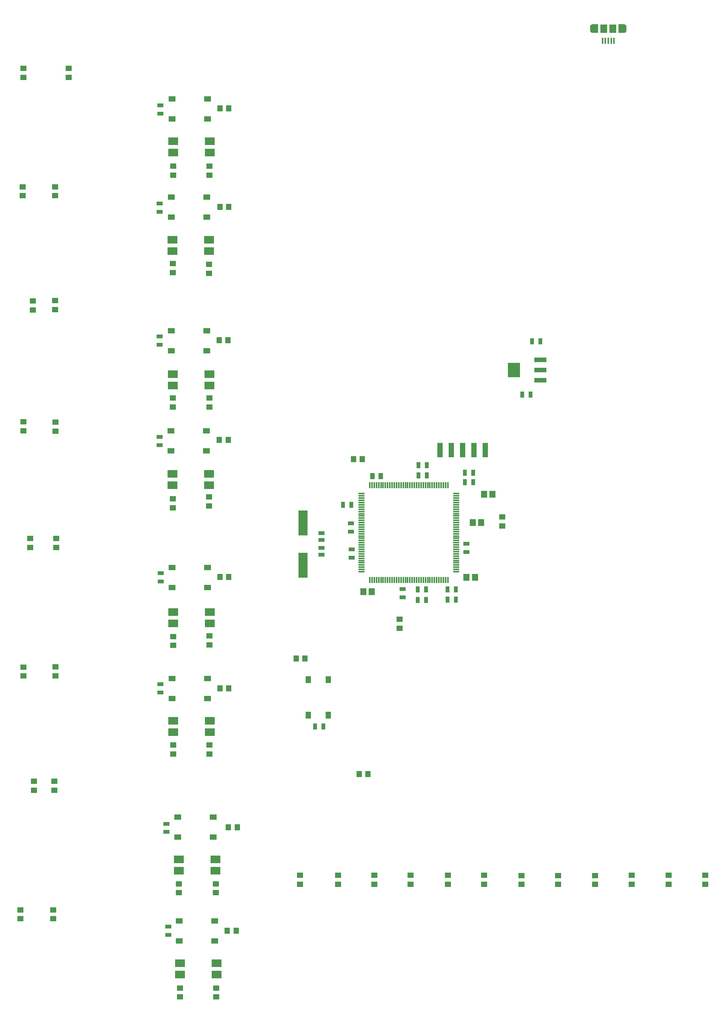
<source format=gtp>
G04*
G04 #@! TF.GenerationSoftware,Altium Limited,Altium Designer,25.3.3 (18)*
G04*
G04 Layer_Color=8421504*
%FSLAX44Y44*%
%MOMM*%
G71*
G04*
G04 #@! TF.SameCoordinates,B03FB70F-F8BE-43E9-B780-EF2A816BF6E4*
G04*
G04*
G04 #@! TF.FilePolarity,Positive*
G04*
G01*
G75*
%ADD17C,0.5000*%
%ADD18R,1.5000X1.9000*%
%ADD19R,0.4000X1.3500*%
%ADD20R,0.3500X1.3500*%
%ADD21R,1.3500X0.3500*%
%ADD22R,1.4500X1.2000*%
%ADD23R,1.2700X3.1800*%
%ADD24R,0.9500X1.4000*%
%ADD25R,1.2000X1.4500*%
%ADD26R,1.3000X1.5500*%
%ADD27R,1.4000X0.9500*%
%ADD28R,1.5500X1.3000*%
%ADD29R,2.7000X1.0000*%
%ADD30R,2.7000X3.3000*%
%ADD31R,1.4000X1.5000*%
%ADD32R,1.4549X1.5562*%
%ADD33R,1.0000X1.3500*%
%ADD34R,2.1000X5.6000*%
%ADD35R,1.3500X0.9500*%
%ADD36R,2.2000X1.7000*%
G36*
X1371720Y2276420D02*
X1366720D01*
X1366720Y2285420D01*
X1371720D01*
Y2276420D01*
D02*
G37*
G36*
X1384720Y2271420D02*
X1371720D01*
Y2290420D01*
X1384720D01*
Y2271420D01*
D02*
G37*
G36*
X1443720D02*
X1430720D01*
Y2290420D01*
X1443720D01*
Y2271420D01*
D02*
G37*
G36*
X1448720Y2276420D02*
X1443720D01*
Y2285420D01*
X1448720D01*
X1448720Y2276420D01*
D02*
G37*
D17*
X1374220Y2276420D02*
G03*
X1374220Y2276420I-2500J0D01*
G01*
Y2285420D02*
G03*
X1374220Y2285420I-2500J0D01*
G01*
X1446220Y2276420D02*
G03*
X1446220Y2276420I-2500J0D01*
G01*
Y2285420D02*
G03*
X1446220Y2285420I-2500J0D01*
G01*
D18*
X1397720Y2280920D02*
D03*
X1417720D02*
D03*
D19*
X1394720Y2253920D02*
D03*
X1401220D02*
D03*
X1407720D02*
D03*
X1414220D02*
D03*
X1420720D02*
D03*
D20*
X872620Y1256870D02*
D03*
X877620D02*
D03*
X882620D02*
D03*
X887620D02*
D03*
X892620D02*
D03*
X897620D02*
D03*
X902620D02*
D03*
X907620D02*
D03*
X912620D02*
D03*
X917620D02*
D03*
X922620D02*
D03*
X927620D02*
D03*
X932620D02*
D03*
X937620D02*
D03*
X942620D02*
D03*
X947620D02*
D03*
X952620D02*
D03*
X957620D02*
D03*
X962620D02*
D03*
X967620D02*
D03*
X972620D02*
D03*
X977620D02*
D03*
X982620D02*
D03*
X987620D02*
D03*
X992620D02*
D03*
X997620D02*
D03*
X1002620D02*
D03*
X1007620D02*
D03*
X1012620D02*
D03*
X1017620D02*
D03*
X1022620D02*
D03*
X1027620D02*
D03*
X1032620D02*
D03*
X1037620D02*
D03*
X1042620D02*
D03*
X1047620D02*
D03*
Y1044370D02*
D03*
X1042620D02*
D03*
X1037620D02*
D03*
X1032620D02*
D03*
X1027620D02*
D03*
X1022620D02*
D03*
X1017620D02*
D03*
X1012620D02*
D03*
X1007620D02*
D03*
X1002620D02*
D03*
X997620D02*
D03*
X992620D02*
D03*
X987620D02*
D03*
X982620D02*
D03*
X977620D02*
D03*
X972620D02*
D03*
X967620D02*
D03*
X962620D02*
D03*
X957620D02*
D03*
X952620D02*
D03*
X947620D02*
D03*
X942620D02*
D03*
X937620D02*
D03*
X932620D02*
D03*
X927620D02*
D03*
X922620D02*
D03*
X917620D02*
D03*
X912620D02*
D03*
X907620D02*
D03*
X902620D02*
D03*
X897620D02*
D03*
X892620D02*
D03*
X887620D02*
D03*
X882620D02*
D03*
X877620D02*
D03*
X872620D02*
D03*
D21*
X1066370Y1238120D02*
D03*
Y1233120D02*
D03*
Y1228120D02*
D03*
Y1223120D02*
D03*
Y1218120D02*
D03*
Y1213120D02*
D03*
Y1208120D02*
D03*
Y1203120D02*
D03*
Y1198120D02*
D03*
Y1193120D02*
D03*
Y1188120D02*
D03*
Y1183120D02*
D03*
Y1178120D02*
D03*
Y1173120D02*
D03*
Y1168120D02*
D03*
Y1163120D02*
D03*
Y1158120D02*
D03*
Y1153120D02*
D03*
Y1148120D02*
D03*
Y1143120D02*
D03*
Y1138120D02*
D03*
Y1133120D02*
D03*
Y1128120D02*
D03*
Y1123120D02*
D03*
Y1118120D02*
D03*
Y1113120D02*
D03*
Y1108120D02*
D03*
Y1103120D02*
D03*
Y1098120D02*
D03*
Y1093120D02*
D03*
Y1088120D02*
D03*
Y1083120D02*
D03*
Y1078120D02*
D03*
Y1073120D02*
D03*
Y1068120D02*
D03*
Y1063120D02*
D03*
X853870D02*
D03*
Y1068120D02*
D03*
Y1073120D02*
D03*
Y1078120D02*
D03*
Y1083120D02*
D03*
Y1088120D02*
D03*
Y1093120D02*
D03*
Y1098120D02*
D03*
Y1103120D02*
D03*
Y1108120D02*
D03*
Y1113120D02*
D03*
Y1118120D02*
D03*
Y1123120D02*
D03*
Y1128120D02*
D03*
Y1133120D02*
D03*
Y1138120D02*
D03*
Y1143120D02*
D03*
Y1148120D02*
D03*
Y1153120D02*
D03*
Y1158120D02*
D03*
Y1163120D02*
D03*
Y1168120D02*
D03*
Y1173120D02*
D03*
Y1178120D02*
D03*
Y1183120D02*
D03*
Y1188120D02*
D03*
Y1193120D02*
D03*
Y1198120D02*
D03*
Y1203120D02*
D03*
Y1208120D02*
D03*
Y1213120D02*
D03*
Y1218120D02*
D03*
Y1223120D02*
D03*
Y1228120D02*
D03*
Y1233120D02*
D03*
Y1238120D02*
D03*
D22*
X93980Y1906270D02*
D03*
Y1926270D02*
D03*
X166370Y1906270D02*
D03*
Y1926270D02*
D03*
X95250Y2171700D02*
D03*
Y2191700D02*
D03*
X716280Y382110D02*
D03*
Y362110D02*
D03*
X801370Y382110D02*
D03*
Y362110D02*
D03*
X882650Y382110D02*
D03*
Y362110D02*
D03*
X963930Y382110D02*
D03*
Y362110D02*
D03*
X1047750Y382110D02*
D03*
Y362110D02*
D03*
X1129030Y382110D02*
D03*
Y362110D02*
D03*
X1212850Y361950D02*
D03*
Y381950D02*
D03*
X1295400Y361950D02*
D03*
Y381950D02*
D03*
X1377950Y361950D02*
D03*
Y381950D02*
D03*
X1460500Y362110D02*
D03*
Y382110D02*
D03*
X1543050Y362110D02*
D03*
Y382110D02*
D03*
X1625600Y362110D02*
D03*
Y382110D02*
D03*
X1169670Y1166020D02*
D03*
Y1186020D02*
D03*
X939800Y936150D02*
D03*
Y956150D02*
D03*
X447040Y129540D02*
D03*
Y109540D02*
D03*
X528320Y109700D02*
D03*
Y129700D02*
D03*
X162560Y284800D02*
D03*
Y304800D02*
D03*
X88900D02*
D03*
Y284800D02*
D03*
X110490Y1117760D02*
D03*
Y1137760D02*
D03*
X168910Y1117600D02*
D03*
Y1137600D02*
D03*
X513080Y919320D02*
D03*
Y899320D02*
D03*
X431800Y897890D02*
D03*
Y917890D02*
D03*
X119380Y592930D02*
D03*
Y572930D02*
D03*
X165100Y593090D02*
D03*
Y573090D02*
D03*
X167640Y829470D02*
D03*
Y849470D02*
D03*
X431800Y654210D02*
D03*
Y674210D02*
D03*
X513080Y654210D02*
D03*
Y674210D02*
D03*
X95250Y829310D02*
D03*
Y849310D02*
D03*
X431800Y1972150D02*
D03*
Y1952150D02*
D03*
X430530Y1733710D02*
D03*
Y1432720D02*
D03*
Y1206660D02*
D03*
X444500Y343220D02*
D03*
X511810Y1210470D02*
D03*
Y1230470D02*
D03*
X196850Y2191700D02*
D03*
Y2171700D02*
D03*
X166370Y1671000D02*
D03*
Y1651000D02*
D03*
X116840Y1670050D02*
D03*
Y1650050D02*
D03*
X167640Y1398110D02*
D03*
Y1378110D02*
D03*
X95250Y1399380D02*
D03*
Y1379380D02*
D03*
X430530Y1753710D02*
D03*
Y1452720D02*
D03*
Y1226660D02*
D03*
X444500Y363220D02*
D03*
X513080Y1972150D02*
D03*
Y1952150D02*
D03*
X511810Y1752440D02*
D03*
Y1732440D02*
D03*
X513080Y1452720D02*
D03*
Y1432720D02*
D03*
X527050Y363220D02*
D03*
Y343220D02*
D03*
D23*
X1131570Y1336040D02*
D03*
X1106170D02*
D03*
X1080770D02*
D03*
X1055370D02*
D03*
X1029970D02*
D03*
D24*
X981604Y1301750D02*
D03*
X1000104D02*
D03*
X981604Y1278890D02*
D03*
X1000104D02*
D03*
X1214670Y1460500D02*
D03*
X1233170D02*
D03*
X1236620Y1579880D02*
D03*
X1255120D02*
D03*
X812440Y1212850D02*
D03*
X830940D02*
D03*
X1065890Y1000760D02*
D03*
X1047390D02*
D03*
X980080Y999490D02*
D03*
X998580D02*
D03*
X1065890Y1023620D02*
D03*
X1047390D02*
D03*
X1104244Y1263650D02*
D03*
X1085744D02*
D03*
X1104244Y1285240D02*
D03*
X1085744D02*
D03*
X980440Y1023620D02*
D03*
X998940D02*
D03*
X749850Y716280D02*
D03*
X768350D02*
D03*
D25*
X835820Y1315720D02*
D03*
X855820D02*
D03*
X575150Y490380D02*
D03*
X555150D02*
D03*
X707390Y868680D02*
D03*
X727390D02*
D03*
X552610Y257970D02*
D03*
X572610D02*
D03*
X556100Y1880870D02*
D03*
X536100D02*
D03*
X556100Y2101850D02*
D03*
X536100D02*
D03*
Y801370D02*
D03*
X556100D02*
D03*
X536100Y1051560D02*
D03*
X556100D02*
D03*
X554670Y1582420D02*
D03*
X534670D02*
D03*
X554830Y1358900D02*
D03*
X534830D02*
D03*
X848520Y609600D02*
D03*
X868520D02*
D03*
D26*
X734420Y741300D02*
D03*
Y820800D02*
D03*
X779420Y741300D02*
D03*
Y820800D02*
D03*
D27*
X420370Y248720D02*
D03*
Y267220D02*
D03*
X403080Y2108920D02*
D03*
Y2090420D02*
D03*
X416560Y498000D02*
D03*
Y479500D02*
D03*
X403860Y1041040D02*
D03*
Y1059540D02*
D03*
X401320Y1888850D02*
D03*
Y1870350D02*
D03*
Y1365610D02*
D03*
Y1347110D02*
D03*
X1089660Y1107080D02*
D03*
Y1125580D02*
D03*
X946150Y1005480D02*
D03*
Y1023980D02*
D03*
X830580Y1171300D02*
D03*
Y1152800D02*
D03*
X831850Y1094380D02*
D03*
Y1112880D02*
D03*
X401320Y1590400D02*
D03*
Y1571900D02*
D03*
X402590Y810620D02*
D03*
Y792120D02*
D03*
D28*
X524510Y235110D02*
D03*
X445010D02*
D03*
X524510Y280110D02*
D03*
X445010D02*
D03*
X428880Y2123080D02*
D03*
X508380D02*
D03*
X428880Y2078080D02*
D03*
X508380D02*
D03*
X521080Y467880D02*
D03*
X441580D02*
D03*
X521080Y512880D02*
D03*
X441580D02*
D03*
X508380Y778870D02*
D03*
X428880D02*
D03*
X508380Y823870D02*
D03*
X428880D02*
D03*
X508380Y1027790D02*
D03*
X428880D02*
D03*
X508380Y1072790D02*
D03*
X428880D02*
D03*
X427610Y1903370D02*
D03*
X507110D02*
D03*
X427610Y1858370D02*
D03*
X507110D02*
D03*
X427610Y1603650D02*
D03*
X507110D02*
D03*
X427610Y1558650D02*
D03*
X507110D02*
D03*
X426340Y1378860D02*
D03*
X505840D02*
D03*
X426340Y1333860D02*
D03*
X505840D02*
D03*
D29*
X1255050Y1492110D02*
D03*
Y1515110D02*
D03*
Y1538110D02*
D03*
D30*
X1196050Y1515110D02*
D03*
D31*
X1148080Y1236980D02*
D03*
X1129080D02*
D03*
X1108710Y1050290D02*
D03*
X1089710D02*
D03*
X1103680Y1173480D02*
D03*
X1122680D02*
D03*
D32*
X858154Y1018540D02*
D03*
X876666D02*
D03*
D33*
X896730Y1277620D02*
D03*
X878730D02*
D03*
D34*
X722630Y1172720D02*
D03*
Y1077720D02*
D03*
D35*
X764540Y1101330D02*
D03*
Y1116330D02*
D03*
Y1149110D02*
D03*
Y1134110D02*
D03*
D36*
X528680Y160180D02*
D03*
Y185580D02*
D03*
X446680D02*
D03*
Y160180D02*
D03*
X513440Y947420D02*
D03*
Y972820D02*
D03*
X431440D02*
D03*
Y947420D02*
D03*
X513440Y703580D02*
D03*
Y728980D02*
D03*
X431440D02*
D03*
Y703580D02*
D03*
Y2002790D02*
D03*
Y2028190D02*
D03*
X513440D02*
D03*
Y2002790D02*
D03*
X430170Y1781810D02*
D03*
Y1807210D02*
D03*
X512170D02*
D03*
Y1781810D02*
D03*
X430530Y1480820D02*
D03*
Y1506220D02*
D03*
X512530D02*
D03*
Y1480820D02*
D03*
X430170Y1257300D02*
D03*
Y1282700D02*
D03*
X512170D02*
D03*
Y1257300D02*
D03*
X444500Y392590D02*
D03*
Y417990D02*
D03*
X526500D02*
D03*
Y392590D02*
D03*
M02*

</source>
